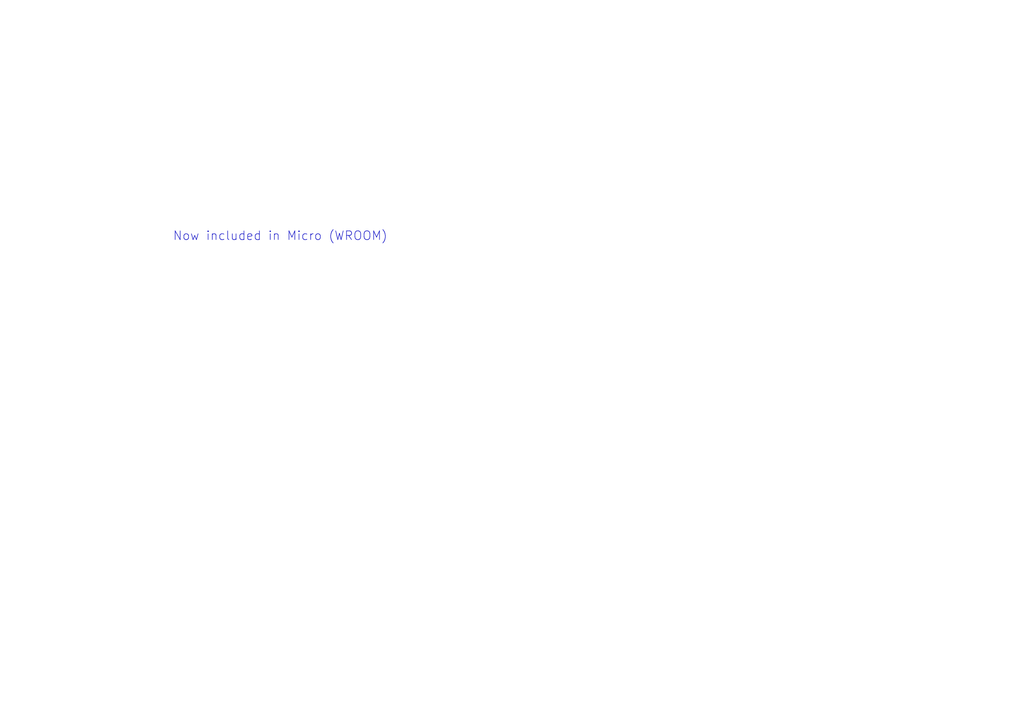
<source format=kicad_sch>
(kicad_sch
	(version 20250114)
	(generator "eeschema")
	(generator_version "9.0")
	(uuid "4a0ae798-2c64-4ce5-a1d1-85e4ee2c41fa")
	(paper "A4")
	(title_block
		(date "2025-10-01")
	)
	(lib_symbols)
	(text "Now included in Micro (WROOM)\n"
		(exclude_from_sim no)
		(at 81.28 68.58 0)
		(effects
			(font
				(size 2.54 2.54)
			)
		)
		(uuid "10e46dd8-4a33-450e-93e8-e634c1872f15")
	)
)

</source>
